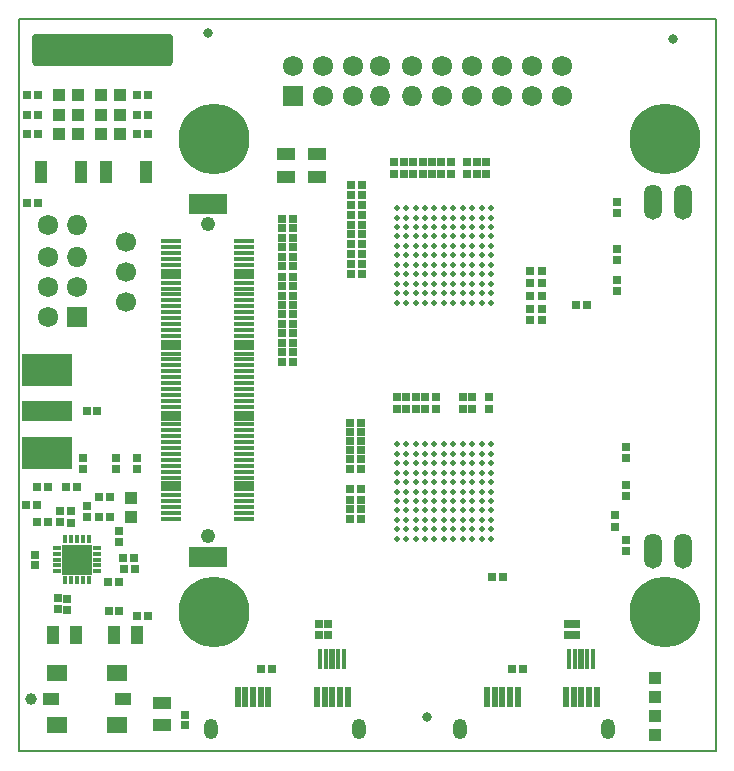
<source format=gts>
G04 (created by PCBNEW (2013-03-19 BZR 4004)-stable) date 5/31/2013 11:48:04 AM*
%MOIN*%
G04 Gerber Fmt 3.4, Leading zero omitted, Abs format*
%FSLAX34Y34*%
G01*
G70*
G90*
G04 APERTURE LIST*
%ADD10C,0.006*%
%ADD11C,0.00787402*%
%ADD12C,0.0314961*%
%ADD13O,0.067874X0.067874*%
%ADD14C,0.067874*%
%ADD15R,0.067874X0.067874*%
%ADD16C,0.2362*%
%ADD17O,0.0468504X0.0685039*%
%ADD18R,0.0212598X0.0685039*%
%ADD19R,0.066974X0.055074*%
%ADD20R,0.0253X0.0273*%
%ADD21R,0.0273X0.0253*%
%ADD22R,0.039274X0.039274*%
%ADD23C,0.019685*%
%ADD24R,0.0273X0.0273*%
%ADD25R,0.0685118X0.0173118*%
%ADD26R,0.0685118X0.0331118*%
%ADD27C,0.0487118*%
%ADD28R,0.127512X0.0685118*%
%ADD29R,0.062974X0.043274*%
%ADD30R,0.043274X0.062974*%
%ADD31R,0.0173228X0.0291339*%
%ADD32R,0.0291339X0.0173228*%
%ADD33R,0.0984252X0.0984252*%
%ADD34C,0.0393701*%
%ADD35R,0.023622X0.0344488*%
%ADD36R,0.015748X0.0344488*%
%ADD37R,0.0393701X0.0748031*%
%ADD38R,0.0551181X0.0433071*%
%ADD39R,0.165X0.07*%
%ADD40R,0.165X0.105*%
%ADD41C,0.0669291*%
%ADD42O,0.06X0.1179*%
%ADD43C,0.01*%
G04 APERTURE END LIST*
G54D10*
G54D11*
X43307Y-26771D02*
X43307Y-51181D01*
X66535Y-26771D02*
X43307Y-26771D01*
X66535Y-51181D02*
X43307Y-51181D01*
X66535Y-51181D02*
X66535Y-26771D01*
G54D12*
X56929Y-50039D03*
X49606Y-27244D03*
G54D13*
X45255Y-33633D03*
G54D14*
X44271Y-33633D03*
G54D15*
X45255Y-36688D03*
G54D14*
X44271Y-36688D03*
X44271Y-34704D03*
G54D13*
X45255Y-34704D03*
G54D14*
X44271Y-35688D03*
X45255Y-35688D03*
G54D16*
X49803Y-30771D03*
X64842Y-30771D03*
G54D17*
X58011Y-50423D03*
G54D18*
X62578Y-49370D03*
X62322Y-49370D03*
X62066Y-49370D03*
X61811Y-49370D03*
X61555Y-49370D03*
X58917Y-49370D03*
X59173Y-49370D03*
X59429Y-49370D03*
X59685Y-49370D03*
X59940Y-49370D03*
G54D17*
X62952Y-50423D03*
X49704Y-50423D03*
G54D18*
X54271Y-49370D03*
X54015Y-49370D03*
X53759Y-49370D03*
X53503Y-49370D03*
X53248Y-49370D03*
X50610Y-49370D03*
X50866Y-49370D03*
X51122Y-49370D03*
X51377Y-49370D03*
X51633Y-49370D03*
G54D17*
X54645Y-50423D03*
G54D19*
X46590Y-50314D03*
X44590Y-50314D03*
X44590Y-48582D03*
X46590Y-48582D03*
G54D20*
X47255Y-29960D03*
X47625Y-29960D03*
G54D21*
X63267Y-35464D03*
X63267Y-35834D03*
G54D20*
X47255Y-29311D03*
X47625Y-29311D03*
X43964Y-30610D03*
X43594Y-30610D03*
X47163Y-44734D03*
X46793Y-44734D03*
G54D21*
X44931Y-46084D03*
X44931Y-46454D03*
G54D20*
X47173Y-45098D03*
X46803Y-45098D03*
G54D21*
X47263Y-41769D03*
X47263Y-41399D03*
G54D20*
X47255Y-30610D03*
X47625Y-30610D03*
G54D21*
X63267Y-34810D03*
X63267Y-34440D03*
X46535Y-41767D03*
X46535Y-41397D03*
G54D20*
X60736Y-35984D03*
X60366Y-35984D03*
X60736Y-36811D03*
X60366Y-36811D03*
X60736Y-36417D03*
X60366Y-36417D03*
X60736Y-35157D03*
X60366Y-35157D03*
G54D21*
X45049Y-43181D03*
X45049Y-43551D03*
G54D20*
X46295Y-45535D03*
X46665Y-45535D03*
X54712Y-41141D03*
X54342Y-41141D03*
X47618Y-46661D03*
X47248Y-46661D03*
G54D21*
X46643Y-44210D03*
X46643Y-43840D03*
X57204Y-39381D03*
X57204Y-39751D03*
G54D20*
X54751Y-32637D03*
X54381Y-32637D03*
G54D21*
X56456Y-31917D03*
X56456Y-31547D03*
G54D20*
X54751Y-32283D03*
X54381Y-32283D03*
G54D21*
X56141Y-31917D03*
X56141Y-31547D03*
X55826Y-31917D03*
X55826Y-31547D03*
X56771Y-31917D03*
X56771Y-31547D03*
X57401Y-31917D03*
X57401Y-31547D03*
X58897Y-31547D03*
X58897Y-31917D03*
G54D20*
X54751Y-32952D03*
X54381Y-32952D03*
G54D21*
X57716Y-31547D03*
X57716Y-31917D03*
G54D20*
X54712Y-43110D03*
X54342Y-43110D03*
X54712Y-41446D03*
X54342Y-41446D03*
X54712Y-41761D03*
X54342Y-41761D03*
X54712Y-43425D03*
X54342Y-43425D03*
X54712Y-42795D03*
X54342Y-42795D03*
G54D21*
X58110Y-39381D03*
X58110Y-39751D03*
G54D20*
X54722Y-40236D03*
X54352Y-40236D03*
X54722Y-40826D03*
X54352Y-40826D03*
G54D21*
X56535Y-39751D03*
X56535Y-39381D03*
G54D20*
X54722Y-40531D03*
X54352Y-40531D03*
G54D21*
X56220Y-39751D03*
X56220Y-39381D03*
X55905Y-39751D03*
X55905Y-39381D03*
X58988Y-39381D03*
X58988Y-39751D03*
X58425Y-39381D03*
X58425Y-39751D03*
G54D20*
X60736Y-35551D03*
X60366Y-35551D03*
X54751Y-34251D03*
X54381Y-34251D03*
X54751Y-34606D03*
X54381Y-34606D03*
X54751Y-35275D03*
X54381Y-35275D03*
X54751Y-33937D03*
X54381Y-33937D03*
X54751Y-33622D03*
X54381Y-33622D03*
X54751Y-34921D03*
X54381Y-34921D03*
X54751Y-33307D03*
X54381Y-33307D03*
G54D21*
X63185Y-43685D03*
X63185Y-43315D03*
X56850Y-39381D03*
X56850Y-39751D03*
X63543Y-41413D03*
X63543Y-41043D03*
X57086Y-31547D03*
X57086Y-31917D03*
X63543Y-42291D03*
X63543Y-42661D03*
G54D20*
X60106Y-48444D03*
X59736Y-48444D03*
X51759Y-48444D03*
X51389Y-48444D03*
X59456Y-45354D03*
X59086Y-45354D03*
X62251Y-36299D03*
X61881Y-36299D03*
X54712Y-42440D03*
X54342Y-42440D03*
G54D22*
X64527Y-49370D03*
X64527Y-48740D03*
X64527Y-49999D03*
X64527Y-50629D03*
G54D23*
X57795Y-33070D03*
X58110Y-33070D03*
X58425Y-33070D03*
X58740Y-33070D03*
X56220Y-33070D03*
X56535Y-33070D03*
X56850Y-33070D03*
X57165Y-33070D03*
X57165Y-34645D03*
X56850Y-34645D03*
X56535Y-34645D03*
X56220Y-34645D03*
X58740Y-34645D03*
X58425Y-34645D03*
X58110Y-34645D03*
X57795Y-34645D03*
X59055Y-34330D03*
X57480Y-34330D03*
X55905Y-34330D03*
X57795Y-34330D03*
X58110Y-34330D03*
X58425Y-34330D03*
X58740Y-34330D03*
X56220Y-34330D03*
X56535Y-34330D03*
X56850Y-34330D03*
X57165Y-34330D03*
X57165Y-34015D03*
X56850Y-34015D03*
X56535Y-34015D03*
X56220Y-34015D03*
X58740Y-34015D03*
X58425Y-34015D03*
X58110Y-34015D03*
X57795Y-34015D03*
X55905Y-34015D03*
X57480Y-34015D03*
X59055Y-34015D03*
X59055Y-33700D03*
X57480Y-33700D03*
X55905Y-33700D03*
X57795Y-33700D03*
X58110Y-33700D03*
X58425Y-33700D03*
X58740Y-33700D03*
X56220Y-33700D03*
X56535Y-33700D03*
X56850Y-33700D03*
X57165Y-33700D03*
X57165Y-33385D03*
X56850Y-33385D03*
X56535Y-33385D03*
X56220Y-33385D03*
X58740Y-33385D03*
X58425Y-33385D03*
X58110Y-33385D03*
X57795Y-33385D03*
X55905Y-33385D03*
X57480Y-33385D03*
X59055Y-33385D03*
X59055Y-34960D03*
X57480Y-34960D03*
X55905Y-34960D03*
X57795Y-34960D03*
X58110Y-34960D03*
X58425Y-34960D03*
X58740Y-34960D03*
X56220Y-34960D03*
X56535Y-34960D03*
X56850Y-34960D03*
X57165Y-34960D03*
X57165Y-35275D03*
X56850Y-35275D03*
X56535Y-35275D03*
X56220Y-35275D03*
X58740Y-35275D03*
X58425Y-35275D03*
X58110Y-35275D03*
X57795Y-35275D03*
X55905Y-35275D03*
X57480Y-35275D03*
X59055Y-35275D03*
X59055Y-35590D03*
X57480Y-35590D03*
X55905Y-35590D03*
X57795Y-35590D03*
X58110Y-35590D03*
X58425Y-35590D03*
X58740Y-35590D03*
X56220Y-35590D03*
X56535Y-35590D03*
X56850Y-35590D03*
X57165Y-35590D03*
X57165Y-35905D03*
X56850Y-35905D03*
X56535Y-35905D03*
X56220Y-35905D03*
X58740Y-35905D03*
X58425Y-35905D03*
X58110Y-35905D03*
X57795Y-35905D03*
X55905Y-35905D03*
X57480Y-35905D03*
X59055Y-35905D03*
X59055Y-36220D03*
X57480Y-36220D03*
X55905Y-36220D03*
X59055Y-33070D03*
X57480Y-33070D03*
X55905Y-33070D03*
X55905Y-34645D03*
X57480Y-34645D03*
X59055Y-34645D03*
X57795Y-36220D03*
X58110Y-36220D03*
X58425Y-36220D03*
X58740Y-36220D03*
X56220Y-36220D03*
X56535Y-36220D03*
X56850Y-36220D03*
X57165Y-36220D03*
X57795Y-40944D03*
X58110Y-40944D03*
X58425Y-40944D03*
X58740Y-40944D03*
X56220Y-40944D03*
X56535Y-40944D03*
X56850Y-40944D03*
X57165Y-40944D03*
X57165Y-42519D03*
X56850Y-42519D03*
X56535Y-42519D03*
X56220Y-42519D03*
X58740Y-42519D03*
X58425Y-42519D03*
X58110Y-42519D03*
X57795Y-42519D03*
X59055Y-42204D03*
X57480Y-42204D03*
X55905Y-42204D03*
X57795Y-42204D03*
X58110Y-42204D03*
X58425Y-42204D03*
X58740Y-42204D03*
X56220Y-42204D03*
X56535Y-42204D03*
X56850Y-42204D03*
X57165Y-42204D03*
X57165Y-41889D03*
X56850Y-41889D03*
X56535Y-41889D03*
X56220Y-41889D03*
X58740Y-41889D03*
X58425Y-41889D03*
X58110Y-41889D03*
X57795Y-41889D03*
X55905Y-41889D03*
X57480Y-41889D03*
X59055Y-41889D03*
X59055Y-41574D03*
X57480Y-41574D03*
X55905Y-41574D03*
X57795Y-41574D03*
X58110Y-41574D03*
X58425Y-41574D03*
X58740Y-41574D03*
X56220Y-41574D03*
X56535Y-41574D03*
X56850Y-41574D03*
X57165Y-41574D03*
X57165Y-41259D03*
X56850Y-41259D03*
X56535Y-41259D03*
X56220Y-41259D03*
X58740Y-41259D03*
X58425Y-41259D03*
X58110Y-41259D03*
X57795Y-41259D03*
X55905Y-41259D03*
X57480Y-41259D03*
X59055Y-41259D03*
X59055Y-42834D03*
X57480Y-42834D03*
X55905Y-42834D03*
X57795Y-42834D03*
X58110Y-42834D03*
X58425Y-42834D03*
X58740Y-42834D03*
X56220Y-42834D03*
X56535Y-42834D03*
X56850Y-42834D03*
X57165Y-42834D03*
X57165Y-43149D03*
X56850Y-43149D03*
X56535Y-43149D03*
X56220Y-43149D03*
X58740Y-43149D03*
X58425Y-43149D03*
X58110Y-43149D03*
X57795Y-43149D03*
X55905Y-43149D03*
X57480Y-43149D03*
X59055Y-43149D03*
X59055Y-43464D03*
X57480Y-43464D03*
X55905Y-43464D03*
X57795Y-43464D03*
X58110Y-43464D03*
X58425Y-43464D03*
X58740Y-43464D03*
X56220Y-43464D03*
X56535Y-43464D03*
X56850Y-43464D03*
X57165Y-43464D03*
X57165Y-43779D03*
X56850Y-43779D03*
X56535Y-43779D03*
X56220Y-43779D03*
X58740Y-43779D03*
X58425Y-43779D03*
X58110Y-43779D03*
X57795Y-43779D03*
X55905Y-43779D03*
X57480Y-43779D03*
X59055Y-43779D03*
X59055Y-44094D03*
X57480Y-44094D03*
X55905Y-44094D03*
X59055Y-40944D03*
X57480Y-40944D03*
X55905Y-40944D03*
X55905Y-42519D03*
X57480Y-42519D03*
X59055Y-42519D03*
X57795Y-44094D03*
X58110Y-44094D03*
X58425Y-44094D03*
X58740Y-44094D03*
X56220Y-44094D03*
X56535Y-44094D03*
X56850Y-44094D03*
X57165Y-44094D03*
G54D24*
X61614Y-47302D03*
X61614Y-46948D03*
X53612Y-47302D03*
X53612Y-46948D03*
X53316Y-47302D03*
X53316Y-46948D03*
X61889Y-47302D03*
X61889Y-46948D03*
X48850Y-50314D03*
X48850Y-49960D03*
X43838Y-44626D03*
X43838Y-44980D03*
X46303Y-46500D03*
X46657Y-46500D03*
X44688Y-43177D03*
X44688Y-43531D03*
G54D16*
X64842Y-46523D03*
X49803Y-46523D03*
G54D20*
X43964Y-29960D03*
X43594Y-29960D03*
X43964Y-29311D03*
X43594Y-29311D03*
X52098Y-36299D03*
X52468Y-36299D03*
G54D21*
X58267Y-31547D03*
X58267Y-31917D03*
G54D20*
X52098Y-33740D03*
X52468Y-33740D03*
X52098Y-35984D03*
X52468Y-35984D03*
X52098Y-35669D03*
X52468Y-35669D03*
X52098Y-35354D03*
X52468Y-35354D03*
X52098Y-35000D03*
X52468Y-35000D03*
X52098Y-34685D03*
X52468Y-34685D03*
X52098Y-34370D03*
X52468Y-34370D03*
X52098Y-34055D03*
X52468Y-34055D03*
G54D21*
X58582Y-31547D03*
X58582Y-31917D03*
G54D20*
X52098Y-33425D03*
X52468Y-33425D03*
X52468Y-38188D03*
X52098Y-38188D03*
X52468Y-37874D03*
X52098Y-37874D03*
X52468Y-37559D03*
X52098Y-37559D03*
X52468Y-37244D03*
X52098Y-37244D03*
X52468Y-36929D03*
X52098Y-36929D03*
X52468Y-36614D03*
X52098Y-36614D03*
G54D25*
X48401Y-34177D03*
X48401Y-34374D03*
X48401Y-34571D03*
X48401Y-34768D03*
X48401Y-34964D03*
G54D26*
X48401Y-35260D03*
G54D25*
X48401Y-35555D03*
X48401Y-35752D03*
X48401Y-35949D03*
X48401Y-36146D03*
X48401Y-36342D03*
X48401Y-36539D03*
X48401Y-36736D03*
X48401Y-36933D03*
X48401Y-37130D03*
X48401Y-37327D03*
G54D26*
X48401Y-37622D03*
G54D25*
X48401Y-37917D03*
X48401Y-38114D03*
X48401Y-38311D03*
X48401Y-38508D03*
X48401Y-38705D03*
X48401Y-38901D03*
X48401Y-39098D03*
X48401Y-39295D03*
X48401Y-39492D03*
X48401Y-39689D03*
G54D26*
X48401Y-39985D03*
G54D25*
X48401Y-40279D03*
X48401Y-40476D03*
X48401Y-40673D03*
X48401Y-40870D03*
X48401Y-41067D03*
X48401Y-41264D03*
X48401Y-41460D03*
X48401Y-41657D03*
X48401Y-41854D03*
X48401Y-42051D03*
G54D26*
X48401Y-42347D03*
G54D25*
X48401Y-42642D03*
X48401Y-42838D03*
X48401Y-43035D03*
X48401Y-43232D03*
X48401Y-43429D03*
X50803Y-43431D03*
X50803Y-43234D03*
X50803Y-43037D03*
X50803Y-42840D03*
X50803Y-42644D03*
G54D26*
X50803Y-42349D03*
G54D25*
X50803Y-42053D03*
X50803Y-41856D03*
X50803Y-41659D03*
X50803Y-41462D03*
X50803Y-41266D03*
X50803Y-41069D03*
X50803Y-40872D03*
X50803Y-40675D03*
X50803Y-40478D03*
X50803Y-40281D03*
G54D26*
X50803Y-39986D03*
G54D25*
X50803Y-39690D03*
X50803Y-39493D03*
X50803Y-39296D03*
X50803Y-39099D03*
X50803Y-38903D03*
X50803Y-38706D03*
X50803Y-38509D03*
X50803Y-38312D03*
X50803Y-38115D03*
X50803Y-37918D03*
G54D26*
X50803Y-37623D03*
G54D25*
X50803Y-37327D03*
X50803Y-37130D03*
X50803Y-36933D03*
X50803Y-36736D03*
X50803Y-36540D03*
X50803Y-36343D03*
X50803Y-36146D03*
X50803Y-35949D03*
X50803Y-35752D03*
X50803Y-35555D03*
G54D26*
X50803Y-35260D03*
G54D25*
X50803Y-34964D03*
X50803Y-34768D03*
X50803Y-34571D03*
X50803Y-34374D03*
X50803Y-34177D03*
G54D27*
X49606Y-44000D03*
X49606Y-33606D03*
G54D28*
X49606Y-44689D03*
X49606Y-32917D03*
G54D21*
X45590Y-43364D03*
X45590Y-42994D03*
G54D20*
X45244Y-42362D03*
X44874Y-42362D03*
X44279Y-42362D03*
X43909Y-42362D03*
X43555Y-42972D03*
X43925Y-42972D03*
X43598Y-32905D03*
X43968Y-32905D03*
G54D22*
X47066Y-42726D03*
X47066Y-43356D03*
G54D24*
X45925Y-39842D03*
X45571Y-39842D03*
X44606Y-46082D03*
X44606Y-46436D03*
X46348Y-42716D03*
X45994Y-42716D03*
X46348Y-43366D03*
X45994Y-43366D03*
X45462Y-41397D03*
X45462Y-41751D03*
X43927Y-43533D03*
X44281Y-43533D03*
G54D29*
X53238Y-31268D03*
X53238Y-32018D03*
X52214Y-31268D03*
X52214Y-32018D03*
G54D30*
X46499Y-47287D03*
X47249Y-47287D03*
X45217Y-47287D03*
X44467Y-47287D03*
G54D12*
X65118Y-27440D03*
G54D31*
X45255Y-45452D03*
X45452Y-45452D03*
X45649Y-45452D03*
X45059Y-45452D03*
X44862Y-45452D03*
X44862Y-44114D03*
X45059Y-44114D03*
X45255Y-44114D03*
X45452Y-44114D03*
X45649Y-44114D03*
G54D32*
X45925Y-44389D03*
X45925Y-44586D03*
X45925Y-44783D03*
X45925Y-44980D03*
X45925Y-45177D03*
X44586Y-44783D03*
X44586Y-44586D03*
X44586Y-44389D03*
X44586Y-44980D03*
X44586Y-45177D03*
G54D33*
X45255Y-44783D03*
G54D34*
X43720Y-49448D03*
G54D35*
X53759Y-47938D03*
X53759Y-48282D03*
G54D36*
X53562Y-48282D03*
X53366Y-48282D03*
X53562Y-47938D03*
X53366Y-47938D03*
X53956Y-47938D03*
X54153Y-47938D03*
X54153Y-48282D03*
X53956Y-48282D03*
G54D35*
X62047Y-47938D03*
X62047Y-48282D03*
G54D36*
X61850Y-48282D03*
X61653Y-48282D03*
X61850Y-47938D03*
X61653Y-47938D03*
X62244Y-47938D03*
X62440Y-47938D03*
X62440Y-48282D03*
X62244Y-48282D03*
G54D37*
X44035Y-31858D03*
X45374Y-31858D03*
X47566Y-31881D03*
X46228Y-31881D03*
G54D22*
X45295Y-29311D03*
X44665Y-29311D03*
X45295Y-29960D03*
X44665Y-29960D03*
X45295Y-30610D03*
X44665Y-30610D03*
X46043Y-29311D03*
X46673Y-29311D03*
X46043Y-29960D03*
X46673Y-29960D03*
X46043Y-30610D03*
X46673Y-30610D03*
G54D19*
X44590Y-48582D03*
X46590Y-48582D03*
X46590Y-50314D03*
X44590Y-50314D03*
G54D38*
X46791Y-49448D03*
X44389Y-49448D03*
G54D39*
X44238Y-39842D03*
G54D40*
X44238Y-41218D03*
X44238Y-38466D03*
G54D41*
X46889Y-35196D03*
X46889Y-34196D03*
X46889Y-36196D03*
G54D29*
X48070Y-50315D03*
X48070Y-49565D03*
G54D42*
X64460Y-44488D03*
X65459Y-44488D03*
X65460Y-32874D03*
X64461Y-32874D03*
G54D21*
X63543Y-44503D03*
X63543Y-44133D03*
X63267Y-32876D03*
X63267Y-33246D03*
G54D14*
X53437Y-29318D03*
X53437Y-28318D03*
G54D15*
X52437Y-29318D03*
G54D14*
X52437Y-28318D03*
X54437Y-28318D03*
X54437Y-29318D03*
X61421Y-28318D03*
X59421Y-28318D03*
X60421Y-28318D03*
X60421Y-29318D03*
X59421Y-29318D03*
X58421Y-29318D03*
G54D13*
X55366Y-29318D03*
G54D14*
X55366Y-28318D03*
X61421Y-29318D03*
X58421Y-28318D03*
X56429Y-28318D03*
G54D13*
X56429Y-29318D03*
G54D14*
X57429Y-28318D03*
X57429Y-29318D03*
G54D10*
G36*
X48375Y-28203D02*
X48325Y-28253D01*
X43839Y-28253D01*
X43790Y-28203D01*
X43790Y-27339D01*
X43839Y-27290D01*
X48325Y-27290D01*
X48375Y-27339D01*
X48375Y-28203D01*
X48375Y-28203D01*
G37*
G54D43*
X48375Y-28203D02*
X48325Y-28253D01*
X43839Y-28253D01*
X43790Y-28203D01*
X43790Y-27339D01*
X43839Y-27290D01*
X48325Y-27290D01*
X48375Y-27339D01*
X48375Y-28203D01*
M02*

</source>
